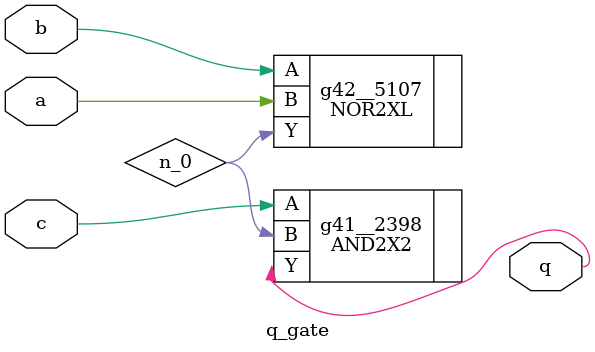
<source format=v>


// Verification Directory fv/q_gate 

module q_gate(a, b, c, q);
  input a, b, c;
  output q;
  wire a, b, c;
  wire q;
  wire n_0;
  AND2X2 g41__2398(.A (c), .B (n_0), .Y (q));
  NOR2XL g42__5107(.A (b), .B (a), .Y (n_0));
endmodule


</source>
